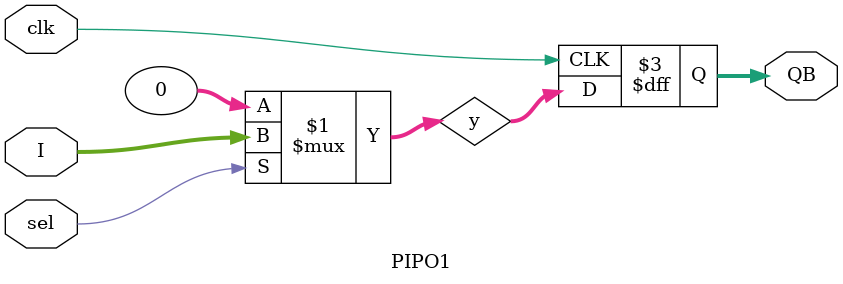
<source format=v>

module PIPO1(I,sel,clk,QB);
input  [31:0]I;
input sel,clk;
output reg [31:0]QB;

wire [31:0]y;
assign y= (sel)?I:32'b0; 
always @(posedge clk) 
QB<=y;
endmodule 



</source>
